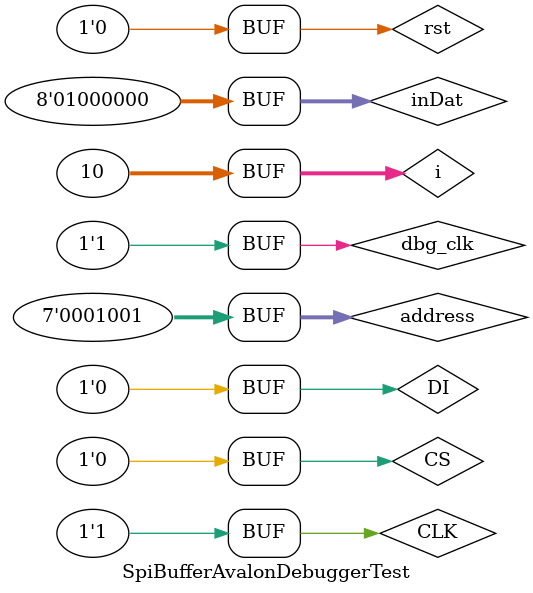
<source format=v>
`timescale 1ns/1ns
module SpiBufferAvalonDebuggerTest();
    reg DI;
    reg CS;
    reg CLK;

    wire [7:0] outDat;
    reg [7:0] inDat;
    wire outSucc;

    integer i;

    reg [6:0] address;
    reg avalon_read;
    wire [63:0] result;

    reg dbg_clk;
    reg rst;

    SpiBuffer sb(.DI(DI), .CS(CS), .CLK(CLK), .Buffer(outDat), .Changed(outSucc));
    SpiBufferAvalonDebugger dbg(.clock(dbg_clk), .reset(rst), .io_InputBuffer(outDat), .io_BufferChanged(outSucc), .io_Avalon_address(address), .io_Avalon_read(avalon_read), .io_Avalon_readdata(result));

    task doClock;
        begin
            #1 CLK = 0;
            dbg_clk = 0;
            #1 dbg_clk = 1;
            #1 CLK = 1;
            dbg_clk = 0;
            #1 dbg_clk = 1;
        end
    endtask

    task doWrite;
        begin
            for(i = 7;i >= 0; i = i - 1) begin
                DI = inDat[i];
                doClock();
            end
        end
    endtask

    initial begin
        rst = 1;
        dbg_clk = 0;
        address = 0;
        #1 dbg_clk = 1;
        #1 rst = 0;
        doClock();
        doClock();
        doClock();
        doClock();
        doClock();
        CS = 1;
        doClock();
        doClock();
        CS = 0;
        inDat = 122;
        doWrite();
        inDat = 128;
        doWrite();
        CS = 1;
        doClock();
        doClock();
        CS = 0;
        inDat = 12;
        doWrite();
        inDat = 64;
        doWrite();
        doClock();

        for(i = 0; i < 10; i = i + 1) begin
            address = i;
            doClock();
        end
    end
endmodule

</source>
